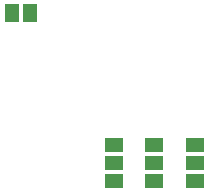
<source format=gtp>
G04 EAGLE Gerber RS-274X export*
G75*
%MOMM*%
%FSLAX34Y34*%
%LPD*%
%INTop Paste*%
%IPPOS*%
%AMOC8*
5,1,8,0,0,1.08239X$1,22.5*%
G01*
%ADD10R,1.600200X1.168400*%
%ADD11R,1.168400X1.600200*%


D10*
X317500Y637540D03*
X317500Y622300D03*
X317500Y607060D03*
X351790Y637540D03*
X351790Y622300D03*
X351790Y607060D03*
X386080Y637540D03*
X386080Y622300D03*
X386080Y607060D03*
D11*
X231140Y749300D03*
X246380Y749300D03*
M02*

</source>
